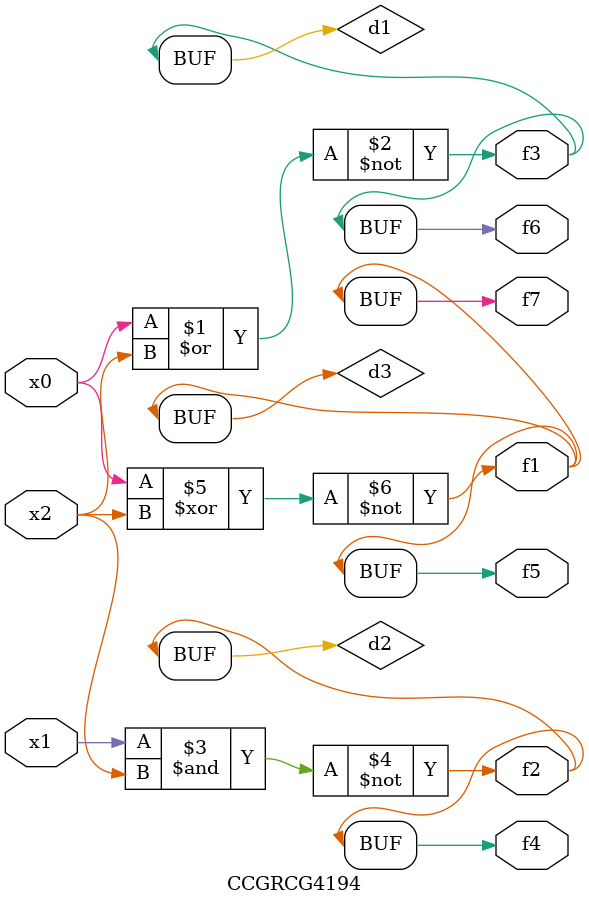
<source format=v>
module CCGRCG4194(
	input x0, x1, x2,
	output f1, f2, f3, f4, f5, f6, f7
);

	wire d1, d2, d3;

	nor (d1, x0, x2);
	nand (d2, x1, x2);
	xnor (d3, x0, x2);
	assign f1 = d3;
	assign f2 = d2;
	assign f3 = d1;
	assign f4 = d2;
	assign f5 = d3;
	assign f6 = d1;
	assign f7 = d3;
endmodule

</source>
